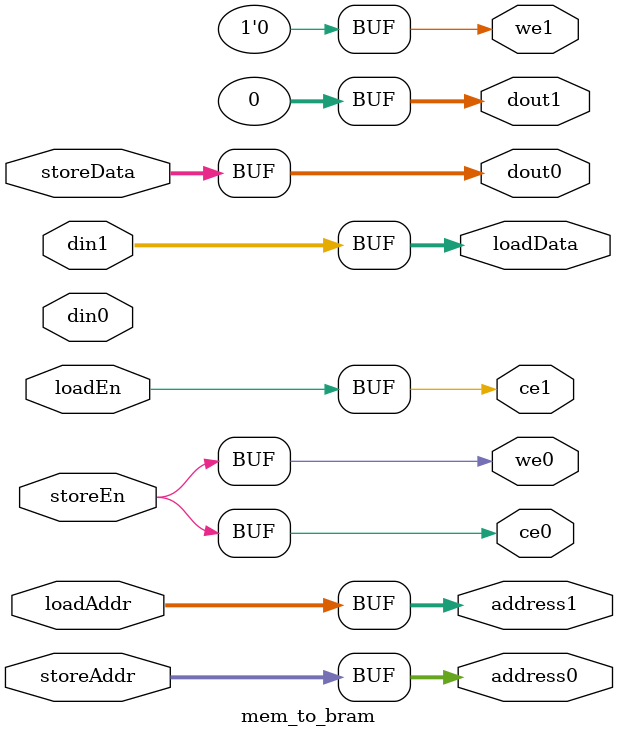
<source format=v>
`timescale 1ns/1ps
module mem_to_bram #(
  parameter DATA_WIDTH = 32,
  parameter ADDR_WIDTH = 32
) (
  // Inputs from circuit
  input  loadEn,
  input  [ADDR_WIDTH - 1 : 0] loadAddr,
  input  storeEn,
  input  [ADDR_WIDTH - 1 : 0] storeAddr,
  input  [DATA_WIDTH - 1 : 0] storeData,
  // Inputs from BRAM
  input  [DATA_WIDTH - 1 : 0] din0,
  input  [DATA_WIDTH - 1 : 0] din1,
  // Outputs to BRAM
  output ce0,
  output we0,
  output [ADDR_WIDTH - 1 : 0] address0,
  output [DATA_WIDTH - 1 : 0] dout0,
  output ce1,
  output we1,
  output [ADDR_WIDTH - 1 : 0] address1,
  output [DATA_WIDTH - 1 : 0 ] dout1,
  // Outputs back to circuit
  output [DATA_WIDTH - 1 : 0] loadData
);
  // Store request
  assign ce0 = storeEn;
  assign we0 = storeEn;
  assign address0 = storeAddr;
  assign dout0 = storeData;

  // Load request
  assign ce1 = loadEn;
  assign we1 = 1'b0;  // Write enable is always 0 for load operations
  assign address1 = loadAddr;
  assign dout1 = {DATA_WIDTH{1'b0}};  // Data output is zero since no data is written during loads

  // Data back to circuit from BRAM
  assign loadData = din1;
  
endmodule
</source>
